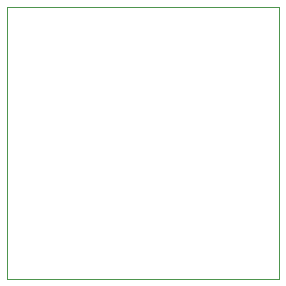
<source format=gbr>
%TF.GenerationSoftware,KiCad,Pcbnew,9.0.1*%
%TF.CreationDate,2025-09-19T11:56:04-04:00*%
%TF.ProjectId,ComputeCore,436f6d70-7574-4654-936f-72652e6b6963,rev?*%
%TF.SameCoordinates,Original*%
%TF.FileFunction,Profile,NP*%
%FSLAX46Y46*%
G04 Gerber Fmt 4.6, Leading zero omitted, Abs format (unit mm)*
G04 Created by KiCad (PCBNEW 9.0.1) date 2025-09-19 11:56:04*
%MOMM*%
%LPD*%
G01*
G04 APERTURE LIST*
%TA.AperFunction,Profile*%
%ADD10C,0.050000*%
%TD*%
G04 APERTURE END LIST*
D10*
X157480000Y-72390000D02*
X157480000Y-95377000D01*
X180467000Y-95377000D02*
X157480000Y-95377000D01*
X180467000Y-72390000D02*
X180467000Y-95377000D01*
X157480000Y-72390000D02*
X180467000Y-72390000D01*
M02*

</source>
